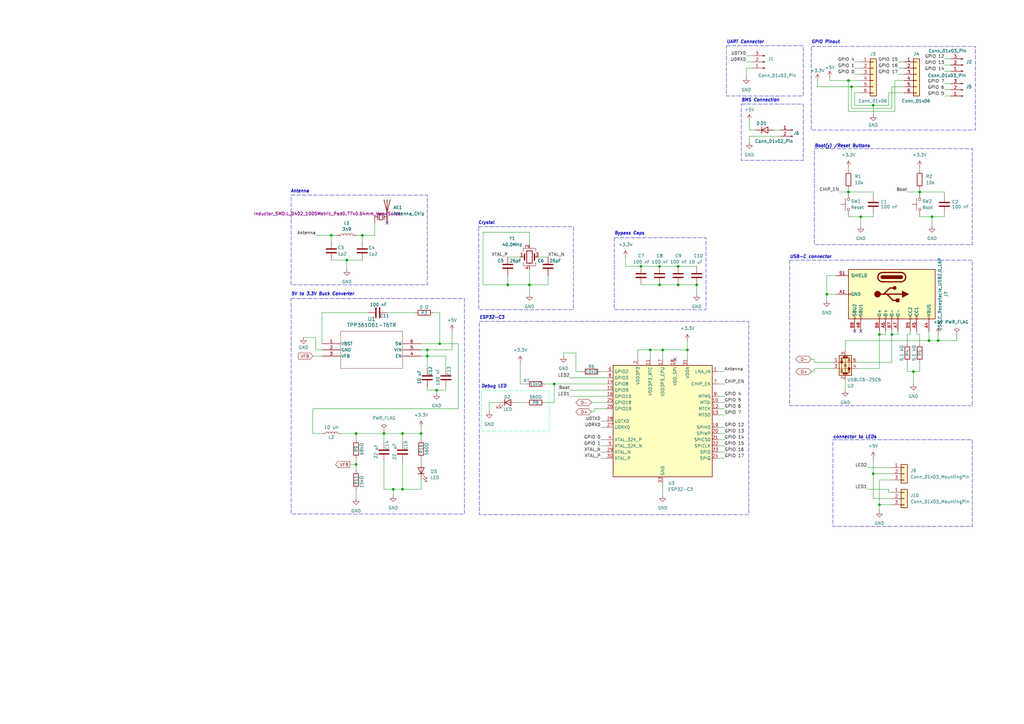
<source format=kicad_sch>
(kicad_sch (version 20231120) (generator "eeschema") (generator_version "8.0")
  (paper "A3")
  (title_block (title "ESP32-C3 LED PCB") (date "2025-01-07") (rev "1") (company "Netz39 e.V."))
  (junction (at 270.51 109.22))
  (junction (at 358.14 194.31))
  (junction (at 377.19 78.74))
  (junction (at 347.98 33.02))
  (junction (at 339.09 120.65))
  (junction (at 347.98 78.74))
  (junction (at 146.05 177.8))
  (junction (at 175.26 146.05))
  (junction (at 382.27 88.9))
  (junction (at 266.7 143.51))
  (junction (at 285.75 116.84))
  (junction (at 360.68 207.01))
  (junction (at 135.89 96.52))
  (junction (at 165.1 177.8))
  (junction (at 179.07 160.02))
  (junction (at 349.25 35.56))
  (junction (at 262.89 109.22))
  (junction (at 360.68 137.16))
  (junction (at 157.48 177.8))
  (junction (at 374.65 152.4))
  (junction (at 146.05 190.5))
  (junction (at 281.94 143.51))
  (junction (at 148.59 96.52))
  (junction (at 180.34 140.97))
  (junction (at 165.1 200.66))
  (junction (at 278.13 109.22))
  (junction (at 175.26 143.51))
  (junction (at 227.33 157.48))
  (junction (at 161.29 200.66))
  (junction (at 217.17 116.84))
  (junction (at 358.14 43.18))
  (junction (at 172.72 177.8))
  (junction (at 381 139.7))
  (junction (at 270.51 116.84))
  (junction (at 142.24 106.68))
  (junction (at 353.06 88.9))
  (junction (at 208.28 116.84))
  (junction (at 384.81 139.7))
  (junction (at 278.13 116.84))
  (junction (at 271.78 143.51))
  (junction (at 365.76 137.16))
  (no_connect (at 350.52 135.89))
  (no_connect (at 158.75 91.44))
  (no_connect (at 353.06 135.89))
  (no_connect (at 276.86 147.32))
  (wire (pts (xy 165.1 189.23) (xy 165.1 200.66)))
  (wire (pts (xy 187.96 140.97) (xy 187.96 167.64)))
  (wire (pts (xy 242.57 165.1) (xy 248.92 165.1)))
  (wire (pts (xy 355.6 191.77) (xy 365.76 191.77)))
  (wire (pts (xy 129.54 138.43) (xy 129.54 143.51)))
  (wire (pts (xy 236.22 144.78) (xy 236.22 152.4)))
  (wire (pts (xy 320.04 55.88) (xy 307.34 55.88)))
  (wire (pts (xy 165.1 200.66) (xy 161.29 200.66)))
  (wire (pts (xy 185.42 143.51) (xy 175.26 143.51)))
  (wire (pts (xy 365.76 137.16) (xy 365.76 148.59)))
  (wire (pts (xy 360.68 207.01) (xy 360.68 209.55)))
  (wire (pts (xy 370.84 27.94) (xy 368.3 27.94)))
  (wire (pts (xy 172.72 177.8) (xy 165.1 177.8)))
  (wire (pts (xy 177.8 128.27) (xy 180.34 128.27)))
  (wire (pts (xy 297.18 175.26) (xy 294.64 175.26)))
  (wire (pts (xy 198.12 116.84) (xy 208.28 116.84)))
  (wire (pts (xy 261.62 147.32) (xy 261.62 143.51)))
  (wire (pts (xy 139.7 177.8) (xy 146.05 177.8)))
  (wire (pts (xy 294.64 152.4) (xy 297.18 152.4)))
  (wire (pts (xy 281.94 139.7) (xy 281.94 143.51)))
  (wire (pts (xy 271.78 198.12) (xy 271.78 203.2)))
  (wire (pts (xy 364.49 201.93) (xy 364.49 200.66)))
  (wire (pts (xy 266.7 143.51) (xy 271.78 143.51)))
  (wire (pts (xy 294.64 182.88) (xy 297.18 182.88)))
  (wire (pts (xy 175.26 143.51) (xy 175.26 146.05)))
  (wire (pts (xy 360.68 207.01) (xy 365.76 207.01)))
  (wire (pts (xy 297.18 177.8) (xy 294.64 177.8)))
  (wire (pts (xy 360.68 196.85) (xy 365.76 196.85)))
  (wire (pts (xy 243.84 168.91) (xy 243.84 167.64)))
  (wire (pts (xy 387.35 36.83) (xy 389.89 36.83)))
  (wire (pts (xy 317.5 53.34) (xy 320.04 53.34)))
  (wire (pts (xy 387.35 88.9) (xy 387.35 87.63)))
  (wire (pts (xy 365.76 137.16) (xy 368.3 137.16)))
  (wire (pts (xy 208.28 116.84) (xy 208.28 113.03)))
  (wire (pts (xy 346.71 139.7) (xy 346.71 143.51)))
  (wire (pts (xy 360.68 151.13) (xy 351.79 151.13)))
  (wire (pts (xy 370.84 38.1) (xy 364.49 38.1)))
  (wire (pts (xy 334.01 147.32) (xy 332.74 147.32)))
  (wire (pts (xy 294.64 162.56) (xy 297.18 162.56)))
  (wire (pts (xy 360.68 137.16) (xy 360.68 135.89)))
  (wire (pts (xy 172.72 140.97) (xy 180.34 140.97)))
  (wire (pts (xy 339.09 120.65) (xy 342.9 120.65)))
  (wire (pts (xy 172.72 177.8) (xy 172.72 180.34)))
  (wire (pts (xy 365.76 35.56) (xy 365.76 44.45)))
  (wire (pts (xy 340.36 33.02) (xy 347.98 33.02)))
  (wire (pts (xy 213.36 157.48) (xy 215.9 157.48)))
  (wire (pts (xy 217.17 95.25) (xy 198.12 95.25)))
  (wire (pts (xy 377.19 78.74) (xy 387.35 78.74)))
  (wire (pts (xy 182.88 151.13) (xy 182.88 146.05)))
  (wire (pts (xy 285.75 116.84) (xy 285.75 120.65)))
  (wire (pts (xy 165.1 177.8) (xy 157.48 177.8)))
  (wire (pts (xy 270.51 109.22) (xy 278.13 109.22)))
  (wire (pts (xy 347.98 33.02) (xy 353.06 33.02)))
  (wire (pts (xy 365.76 44.45) (xy 349.25 44.45)))
  (wire (pts (xy 135.89 106.68) (xy 142.24 106.68)))
  (wire (pts (xy 128.27 177.8) (xy 132.08 177.8)))
  (wire (pts (xy 172.72 200.66) (xy 172.72 196.85)))
  (wire (pts (xy 353.06 88.9) (xy 353.06 92.71)))
  (wire (pts (xy 334.01 148.59) (xy 341.63 148.59)))
  (wire (pts (xy 367.03 33.02) (xy 367.03 45.72)))
  (wire (pts (xy 179.07 160.02) (xy 179.07 161.29)))
  (wire (pts (xy 233.68 154.94) (xy 248.92 154.94)))
  (wire (pts (xy 381 139.7) (xy 381 135.89)))
  (wire (pts (xy 294.64 167.64) (xy 297.18 167.64)))
  (wire (pts (xy 148.59 96.52) (xy 148.59 99.06)))
  (wire (pts (xy 172.72 200.66) (xy 165.1 200.66)))
  (wire (pts (xy 256.54 109.22) (xy 262.89 109.22)))
  (wire (pts (xy 157.48 176.53) (xy 157.48 177.8)))
  (wire (pts (xy 346.71 156.21) (xy 346.71 160.02)))
  (wire (pts (xy 340.36 33.02) (xy 340.36 31.75)))
  (wire (pts (xy 365.76 135.89) (xy 365.76 137.16)))
  (wire (pts (xy 346.71 139.7) (xy 381 139.7)))
  (wire (pts (xy 350.52 30.48) (xy 353.06 30.48)))
  (wire (pts (xy 334.01 147.32) (xy 334.01 148.59)))
  (wire (pts (xy 387.35 39.37) (xy 389.89 39.37)))
  (wire (pts (xy 175.26 146.05) (xy 182.88 146.05)))
  (wire (pts (xy 172.72 146.05) (xy 175.26 146.05)))
  (wire (pts (xy 128.27 167.64) (xy 128.27 177.8)))
  (wire (pts (xy 332.74 152.4) (xy 334.01 152.4)))
  (wire (pts (xy 180.34 128.27) (xy 180.34 140.97)))
  (wire (pts (xy 198.12 95.25) (xy 198.12 116.84)))
  (wire (pts (xy 246.38 152.4) (xy 248.92 152.4)))
  (wire (pts (xy 377.19 137.16) (xy 377.19 140.97)))
  (wire (pts (xy 294.64 157.48) (xy 297.18 157.48)))
  (wire (pts (xy 161.29 203.2) (xy 161.29 200.66)))
  (wire (pts (xy 347.98 68.58) (xy 347.98 69.85)))
  (wire (pts (xy 231.14 144.78) (xy 236.22 144.78)))
  (wire (pts (xy 142.24 106.68) (xy 142.24 110.49)))
  (wire (pts (xy 165.1 181.61) (xy 165.1 177.8)))
  (wire (pts (xy 339.09 113.03) (xy 339.09 120.65)))
  (wire (pts (xy 364.49 201.93) (xy 365.76 201.93)))
  (wire (pts (xy 246.38 180.34) (xy 248.92 180.34)))
  (wire (pts (xy 270.51 116.84) (xy 278.13 116.84)))
  (wire (pts (xy 335.28 35.56) (xy 349.25 35.56)))
  (wire (pts (xy 135.89 99.06) (xy 135.89 96.52)))
  (wire (pts (xy 360.68 137.16) (xy 363.22 137.16)))
  (wire (pts (xy 375.92 137.16) (xy 377.19 137.16)))
  (wire (pts (xy 146.05 187.96) (xy 146.05 190.5)))
  (wire (pts (xy 364.49 43.18) (xy 358.14 43.18)))
  (wire (pts (xy 294.64 170.18) (xy 297.18 170.18)))
  (wire (pts (xy 358.14 80.01) (xy 358.14 78.74)))
  (wire (pts (xy 142.24 106.68) (xy 148.59 106.68)))
  (wire (pts (xy 370.84 33.02) (xy 367.03 33.02)))
  (wire (pts (xy 223.52 157.48) (xy 227.33 157.48)))
  (wire (pts (xy 360.68 196.85) (xy 360.68 207.01)))
  (wire (pts (xy 392.43 139.7) (xy 392.43 137.16)))
  (wire (pts (xy 334.01 152.4) (xy 334.01 151.13)))
  (wire (pts (xy 347.98 78.74) (xy 358.14 78.74)))
  (wire (pts (xy 370.84 25.4) (xy 368.3 25.4)))
  (wire (pts (xy 307.34 53.34) (xy 309.88 53.34)))
  (wire (pts (xy 153.67 96.52) (xy 153.67 91.44)))
  (wire (pts (xy 358.14 187.96) (xy 358.14 194.31)))
  (wire (pts (xy 349.25 44.45) (xy 349.25 35.56)))
  (wire (pts (xy 387.35 80.01) (xy 387.35 78.74)))
  (wire (pts (xy 217.17 110.49) (xy 217.17 116.84)))
  (wire (pts (xy 294.64 165.1) (xy 297.18 165.1)))
  (wire (pts (xy 124.46 138.43) (xy 129.54 138.43)))
  (wire (pts (xy 233.68 162.56) (xy 248.92 162.56)))
  (wire (pts (xy 353.06 88.9) (xy 358.14 88.9)))
  (wire (pts (xy 262.89 109.22) (xy 270.51 109.22)))
  (wire (pts (xy 227.33 165.1) (xy 223.52 165.1)))
  (wire (pts (xy 172.72 187.96) (xy 172.72 189.23)))
  (wire (pts (xy 146.05 190.5) (xy 146.05 193.04)))
  (wire (pts (xy 180.34 140.97) (xy 187.96 140.97)))
  (wire (pts (xy 347.98 77.47) (xy 347.98 78.74)))
  (wire (pts (xy 213.36 148.59) (xy 213.36 157.48)))
  (wire (pts (xy 246.38 175.26) (xy 248.92 175.26)))
  (wire (pts (xy 187.96 167.64) (xy 128.27 167.64)))
  (wire (pts (xy 372.11 78.74) (xy 377.19 78.74)))
  (wire (pts (xy 129.54 96.52) (xy 135.89 96.52)))
  (wire (pts (xy 294.64 180.34) (xy 297.18 180.34)))
  (wire (pts (xy 231.14 144.78) (xy 231.14 146.05)))
  (wire (pts (xy 308.61 27.94) (xy 306.07 27.94)))
  (wire (pts (xy 364.49 200.66) (xy 355.6 200.66)))
  (wire (pts (xy 271.78 143.51) (xy 271.78 147.32)))
  (wire (pts (xy 377.19 152.4) (xy 377.19 148.59)))
  (wire (pts (xy 182.88 160.02) (xy 182.88 158.75)))
  (wire (pts (xy 367.03 45.72) (xy 347.98 45.72)))
  (wire (pts (xy 358.14 194.31) (xy 365.76 194.31)))
  (wire (pts (xy 146.05 96.52) (xy 148.59 96.52)))
  (wire (pts (xy 157.48 200.66) (xy 157.48 189.23)))
  (wire (pts (xy 350.52 27.94) (xy 353.06 27.94)))
  (wire (pts (xy 334.01 151.13) (xy 341.63 151.13)))
  (wire (pts (xy 387.35 26.67) (xy 389.89 26.67)))
  (wire (pts (xy 224.79 105.41) (xy 220.98 105.41)))
  (wire (pts (xy 246.38 172.72) (xy 248.92 172.72)))
  (wire (pts (xy 233.68 160.02) (xy 248.92 160.02)))
  (wire (pts (xy 384.81 137.16) (xy 384.81 139.7)))
  (wire (pts (xy 185.42 135.89) (xy 185.42 143.51)))
  (wire (pts (xy 344.17 78.74) (xy 347.98 78.74)))
  (wire (pts (xy 172.72 143.51) (xy 175.26 143.51)))
  (wire (pts (xy 364.49 38.1) (xy 364.49 43.18)))
  (wire (pts (xy 382.27 88.9) (xy 387.35 88.9)))
  (wire (pts (xy 368.3 137.16) (xy 368.3 135.89)))
  (wire (pts (xy 246.38 185.42) (xy 248.92 185.42)))
  (wire (pts (xy 158.75 128.27) (xy 170.18 128.27)))
  (wire (pts (xy 350.52 25.4) (xy 353.06 25.4)))
  (wire (pts (xy 135.89 96.52) (xy 138.43 96.52)))
  (wire (pts (xy 132.08 140.97) (xy 132.08 128.27)))
  (wire (pts (xy 377.19 77.47) (xy 377.19 78.74)))
  (wire (pts (xy 342.9 113.03) (xy 339.09 113.03)))
  (wire (pts (xy 372.11 152.4) (xy 374.65 152.4)))
  (wire (pts (xy 381 139.7) (xy 384.81 139.7)))
  (wire (pts (xy 374.65 152.4) (xy 377.19 152.4)))
  (wire (pts (xy 132.08 143.51) (xy 129.54 143.51)))
  (wire (pts (xy 358.14 43.18) (xy 350.52 43.18)))
  (wire (pts (xy 179.07 160.02) (xy 182.88 160.02)))
  (wire (pts (xy 217.17 120.65) (xy 217.17 116.84)))
  (wire (pts (xy 377.19 88.9) (xy 382.27 88.9)))
  (wire (pts (xy 132.08 128.27) (xy 151.13 128.27)))
  (wire (pts (xy 212.09 165.1) (xy 215.9 165.1)))
  (wire (pts (xy 382.27 88.9) (xy 382.27 92.71)))
  (wire (pts (xy 224.79 116.84) (xy 224.79 113.03)))
  (wire (pts (xy 242.57 168.91) (xy 243.84 168.91)))
  (wire (pts (xy 146.05 177.8) (xy 146.05 180.34)))
  (wire (pts (xy 200.66 165.1) (xy 204.47 165.1)))
  (wire (pts (xy 372.11 137.16) (xy 373.38 137.16)))
  (wire (pts (xy 261.62 143.51) (xy 266.7 143.51)))
  (wire (pts (xy 370.84 30.48) (xy 368.3 30.48)))
  (wire (pts (xy 217.17 95.25) (xy 217.17 100.33)))
  (wire (pts (xy 351.79 148.59) (xy 365.76 148.59)))
  (wire (pts (xy 146.05 204.47) (xy 146.05 200.66)))
  (wire (pts (xy 384.81 139.7) (xy 392.43 139.7)))
  (wire (pts (xy 148.59 96.52) (xy 153.67 96.52)))
  (wire (pts (xy 175.26 160.02) (xy 175.26 158.75)))
  (wire (pts (xy 347.98 88.9) (xy 353.06 88.9)))
  (wire (pts (xy 256.54 105.41) (xy 256.54 109.22)))
  (wire (pts (xy 335.28 33.02) (xy 335.28 35.56)))
  (wire (pts (xy 358.14 43.18) (xy 358.14 46.99)))
  (wire (pts (xy 271.78 143.51) (xy 281.94 143.51)))
  (wire (pts (xy 306.07 22.86) (xy 308.61 22.86)))
  (wire (pts (xy 307.34 49.53) (xy 307.34 53.34)))
  (wire (pts (xy 278.13 109.22) (xy 285.75 109.22)))
  (wire (pts (xy 281.94 143.51) (xy 281.94 147.32)))
  (wire (pts (xy 227.33 157.48) (xy 227.33 165.1)))
  (wire (pts (xy 217.17 116.84) (xy 224.79 116.84)))
  (wire (pts (xy 347.98 33.02) (xy 347.98 45.72)))
  (wire (pts (xy 262.89 116.84) (xy 270.51 116.84)))
  (wire (pts (xy 358.14 194.31) (xy 358.14 204.47)))
  (wire (pts (xy 358.14 88.9) (xy 358.14 87.63)))
  (wire (pts (xy 266.7 143.51) (xy 266.7 147.32)))
  (wire (pts (xy 248.92 182.88) (xy 246.38 182.88)))
  (wire (pts (xy 161.29 200.66) (xy 157.48 200.66)))
  (wire (pts (xy 208.28 105.41) (xy 213.36 105.41)))
  (wire (pts (xy 370.84 35.56) (xy 365.76 35.56)))
  (wire (pts (xy 350.52 38.1) (xy 350.52 43.18)))
  (wire (pts (xy 306.07 25.4) (xy 308.61 25.4)))
  (wire (pts (xy 372.11 140.97) (xy 372.11 137.16)))
  (wire (pts (xy 294.64 185.42) (xy 297.18 185.42)))
  (wire (pts (xy 339.09 123.19) (xy 339.09 120.65)))
  (wire (pts (xy 236.22 152.4) (xy 238.76 152.4)))
  (wire (pts (xy 387.35 29.21) (xy 389.89 29.21)))
  (wire (pts (xy 208.28 116.84) (xy 217.17 116.84)))
  (wire (pts (xy 360.68 137.16) (xy 360.68 151.13)))
  (wire (pts (xy 246.38 187.96) (xy 248.92 187.96)))
  (wire (pts (xy 175.26 146.05) (xy 175.26 151.13)))
  (wire (pts (xy 306.07 27.94) (xy 306.07 31.75)))
  (wire (pts (xy 128.27 146.05) (xy 132.08 146.05)))
  (wire (pts (xy 243.84 167.64) (xy 248.92 167.64)))
  (wire (pts (xy 373.38 137.16) (xy 373.38 135.89)))
  (wire (pts (xy 363.22 137.16) (xy 363.22 135.89)))
  (wire (pts (xy 307.34 55.88) (xy 307.34 58.42)))
  (wire (pts (xy 377.19 68.58) (xy 377.19 69.85)))
  (wire (pts (xy 200.66 168.91) (xy 200.66 165.1)))
  (wire (pts (xy 387.35 24.13) (xy 389.89 24.13)))
  (wire (pts (xy 172.72 175.26) (xy 172.72 177.8)))
  (wire (pts (xy 372.11 152.4) (xy 372.11 148.59)))
  (wire (pts (xy 143.51 190.5) (xy 146.05 190.5)))
  (wire (pts (xy 146.05 177.8) (xy 157.48 177.8)))
  (wire (pts (xy 278.13 116.84) (xy 285.75 116.84)))
  (wire (pts (xy 375.92 135.89) (xy 375.92 137.16)))
  (wire (pts (xy 350.52 38.1) (xy 353.06 38.1)))
  (wire (pts (xy 157.48 181.61) (xy 157.48 177.8)))
  (wire (pts (xy 175.26 160.02) (xy 179.07 160.02)))
  (wire (pts (xy 294.64 187.96) (xy 297.18 187.96)))
  (wire (pts (xy 358.14 204.47) (xy 365.76 204.47)))
  (wire (pts (xy 227.33 157.48) (xy 248.92 157.48)))
  (wire (pts (xy 387.35 34.29) (xy 389.89 34.29)))
  (wire (pts (xy 349.25 35.56) (xy 353.06 35.56)))
  (wire (pts (xy 374.65 152.4) (xy 374.65 157.48)))
  (rectangle (start 119.38 80.01) (end 175.26 116.84) (stroke (width 0) (type dash)))
  (rectangle (start 196.596 131.826) (end 307.086 211.074) (stroke (width 0) (type dash)))
  (rectangle (start 196.342 92.964) (end 235.204 127) (stroke (width 0) (type dash)))
  (rectangle (start 197.358 160.274) (end 225.298 176.784) (stroke (width 0) (type dash) (color 49 255 149 1)))
  (rectangle (start 334.01 60.96) (end 398.78 100.33) (stroke (width 0) (type dash)))
  (rectangle (start 251.968 97.536) (end 289.56 127) (stroke (width 0) (type dash)))
  (rectangle (start 304.038 42.672) (end 329.438 65.786) (stroke (width 0) (type dash)))
  (rectangle (start 332.74 19.05) (end 400.05 53.34) (stroke (width 0) (type dash)))
  (rectangle (start 119.38 122.428) (end 190.5 210.82) (stroke (width 0) (type dash)))
  (rectangle (start 341.63 180.34) (end 398.78 215.9) (stroke (width 0) (type dash)))
  (rectangle (start 297.942 18.796) (end 329.438 39.37) (stroke (width 0) (type dash)))
  (rectangle (start 323.85 106.68) (end 398.78 166.37) (stroke (width 0) (type dash)))
  (text "UART Connector" (at 297.942 17.272 0) (effects (font (size 1.27 1.27) (thickness 0.254) (bold yes) (italic yes)) (justify left)))
  (text "Antenna" (at 119.126 78.486 0) (effects (font (size 1.27 1.27) (thickness 0.254) (bold yes) (italic yes)) (justify left)))
  (text "GPIO Pinout" (at 332.74 17.272 0) (effects (font (size 1.27 1.27) (thickness 0.254) (bold yes) (italic yes)) (justify left)))
  (text "Bypass Caps" (at 251.968 95.758 0) (effects (font (size 1.27 1.27) (thickness 0.254) (bold yes) (italic yes)) (justify left)))
  (text "Boot(y) /Reset Buttons" (at 334.01 59.944 0) (effects (font (size 1.27 1.27) (thickness 0.254) (bold yes) (italic yes)) (justify left)))
  (text "Crystal" (at 196.088 91.44 0) (effects (font (size 1.27 1.27) (thickness 0.254) (bold yes) (italic yes)) (justify left)))
  (text "5V to 3.3V Buck Converter" (at 119.38 120.65 0) (effects (font (size 1.27 1.27) (thickness 0.254) (bold yes) (italic yes)) (justify left)))
  (text "USB-C connector" (at 323.85 105.41 0) (effects (font (size 1.27 1.27) (thickness 0.254) (bold yes) (italic yes)) (justify left)))
  (text "connector to LEDs" (at 341.63 179.324 0) (effects (font (size 1.27 1.27) (thickness 0.254) (bold yes) (italic yes)) (justify left)))
  (text "Debug LED" (at 197.358 158.496 0) (effects (font (size 1.27 1.27) (thickness 0.254) (bold yes) (italic yes)) (justify left)))
  (text "ESP32-C3" (at 196.596 130.302 0) (effects (font (size 1.27 1.27) (thickness 0.254) (bold yes) (italic yes)) (justify left)))
  (text "BMS Connection" (at 304.038 41.148 0) (effects (font (size 1.27 1.27) (thickness 0.254) (bold yes) (italic yes)) (justify left)))
  (label "GPIO 17" (at 368.3 30.48 180))
  (label "GPIO 14" (at 297.18 180.34 0))
  (label "LED1" (at 233.68 162.56 180))
  (label "GPIO 15" (at 368.3 25.4 180))
  (label "GPIO 4" (at 350.52 25.4 180))
  (label "GPIO 4" (at 297.18 162.56 0))
  (label "LED1" (at 355.6 200.66 180))
  (label "GPIO 6" (at 387.35 36.83 180))
  (label "GPIO 1" (at 246.38 182.88 180))
  (label "Boot" (at 233.68 160.02 180))
  (label "Boot" (at 372.11 78.74 180))
  (label "GPIO 17" (at 297.18 187.96 0))
  (label "GPIO 16" (at 297.18 185.42 0))
  (label "GPIO 13" (at 387.35 26.67 180))
  (label "U0TXD" (at 306.07 22.86 180))
  (label "GPIO 5" (at 387.35 39.37 180))
  (label "GPIO 0" (at 350.52 30.48 180))
  (label "Antenna" (at 297.18 152.4 0))
  (label "GPIO 14" (at 387.35 29.21 180))
  (label "CHIP_EN" (at 344.17 78.74 180))
  (label "GPIO 5" (at 297.18 165.1 0))
  (label "Antenna" (at 129.54 96.52 180))
  (label "U0RXD" (at 306.07 25.4 180))
  (label "GPIO 0" (at 246.38 180.34 180))
  (label "GPIO 15" (at 297.18 182.88 0))
  (label "GPIO 6" (at 297.18 167.64 0))
  (label "XTAL_N" (at 246.38 185.42 180))
  (label "GPIO 1" (at 350.52 27.94 180))
  (label "GPIO 13" (at 297.18 177.8 0))
  (label "GPIO 12" (at 387.35 24.13 180))
  (label "U0RXD" (at 246.38 175.26 180))
  (label "XTAL_P" (at 208.28 105.41 180))
  (label "LED2" (at 355.6 191.77 180))
  (label "CHIP_EN" (at 297.18 157.48 0))
  (label "LED2" (at 233.68 154.94 180))
  (label "GPIO 12" (at 297.18 175.26 0))
  (label "GPIO 7" (at 297.18 170.18 0))
  (label "GPIO 16" (at 368.3 27.94 180))
  (label "XTAL_P" (at 246.38 187.96 180))
  (label "XTAL_N" (at 224.79 105.41 0))
  (label "GPIO 7" (at 387.35 34.29 180))
  (label "U0TXD" (at 246.38 172.72 180))
  (global_label "D-" (shape bidirectional) (at 242.57 165.1 180) (property "Intersheetrefs" "${INTERSHEET_REFS}" (effects (hide yes))))
  (global_label "D+" (shape bidirectional) (at 242.57 168.91 180) (property "Intersheetrefs" "${INTERSHEET_REFS}" (effects (hide yes))))
  (global_label "D-" (shape bidirectional) (at 332.74 147.32 180) (property "Intersheetrefs" "${INTERSHEET_REFS}" (effects (hide yes))))
  (global_label "VFB" (shape output) (at 143.51 190.5 180) (property "Intersheetrefs" "${INTERSHEET_REFS}" (effects (hide yes))))
  (global_label "VFB" (shape input) (at 128.27 146.05 180) (property "Intersheetrefs" "${INTERSHEET_REFS}" (effects (hide yes))))
  (global_label "D+" (shape bidirectional) (at 332.74 152.4 180) (property "Intersheetrefs" "${INTERSHEET_REFS}" (effects (hide yes))))
  (symbol (lib_id "Device:C") (at 157.48 185.42 180) (unit 1)
    (property "Reference" "C14" (at 158.75 182.626 90))
    (property "Value" "22 μF" (at 154.178 185.166 90))
    (property "Footprint" "Capacitor_SMD:C_0603_1608Metric_Pad1.08x0.95mm_HandSolder" (effects (hide yes)))
    (property "Description" "Unpolarized capacitor" (effects (hide yes)))
  )
  (symbol (lib_id "Device:D") (at 313.69 53.34 0) (unit 1)
    (property "Reference" "D1" (at 313.182 50.546 0))
    (property "Value" "D" (at 310.896 50.546 0))
    (property "Footprint" "Diode_SMD:D_0603_1608Metric_Pad1.05x0.95mm_HandSolder" (effects (hide yes)))
    (property "Description" "Diode" (effects (hide yes)))
    (property "Sim.Device" "D" (effects (hide yes)))
    (property "Sim.Pins" "1=K 2=A" (effects (hide yes)))
  )
  (symbol (lib_id "Connector_Generic:Conn_01x06") (at 358.14 30.48 0) (unit 1)
    (property "Reference" "J3" (at 356.87 22.098 0) (effects (justify left)))
    (property "Value" "Conn_01x06" (at 352.044 41.402 0) (effects (justify left)))
    (property "Footprint" "Connector_PinHeader_2.00mm:PinHeader_1x06_P2.00mm_Vertical" (effects (hide yes)))
    (property "Description" "Generic connector, single row, 01x06, script generated (kicad-library-utils/schlib/autogen/connector/)" (effects (hide yes)))
  )
  (symbol (lib_id "power:GND") (at 200.66 168.91 0) (unit 1)
    (property "Reference" "#PWR25" (effects (hide yes)))
    (property "Value" "GND" (at 200.66 173.99 0))
    (property "Description" "Power symbol creates a global label with name \"GND\" , ground" (effects (hide yes)))
  )
  (symbol (lib_id "power:+3.3V") (at 281.94 139.7 0) (unit 1)
    (property "Reference" "#PWR19" (effects (hide yes)))
    (property "Value" "+3.3V" (at 281.94 134.62 0))
    (property "Description" "Power symbol creates a global label with name \"+3.3V\"" (effects (hide yes)))
  )
  (symbol (lib_id "Device:C") (at 135.89 102.87 0) (unit 1)
    (property "Reference" "C3" (at 138.43 101.6 0) (effects (justify left)))
    (property "Value" "1p2" (at 138.43 104.14 0) (effects (justify left)))
    (property "Footprint" "Capacitor_SMD:C_0402_1005Metric_Pad0.74x0.62mm_HandSolder" (effects (hide yes)))
    (property "Description" "Unpolarized capacitor" (effects (hide yes)))
  )
  (symbol (lib_id "Device:R") (at 146.05 184.15 0) (unit 1)
    (property "Reference" "R9" (at 146.05 184.15 90))
    (property "Value" "68kΩ" (at 148.336 184.15 90))
    (property "Footprint" "Resistor_SMD:R_0603_1608Metric_Pad0.98x0.95mm_HandSolder" (effects (hide yes)))
    (property "Description" "Resistor" (effects (hide yes)))
  )
  (symbol (lib_id "Device:LED") (at 208.28 165.1 0) (unit 1)
    (property "Reference" "D2" (at 208.026 162.814 0))
    (property "Value" "LED" (at 208.28 167.894 0))
    (property "Footprint" "LED_SMD:LED_0805_2012Metric_Pad1.15x1.40mm_HandSolder" (effects (hide yes)))
    (property "Description" "Light emitting diode" (effects (hide yes)))
  )
  (symbol (lib_id "Device:Antenna_Chip") (at 156.21 88.9 0) (unit 1)
    (property "Reference" "AE1" (at 161.29 85.0899 0) (effects (justify left)))
    (property "Value" "Antenna_Chip" (at 161.29 87.6299 0) (effects (justify left)))
    (property "Footprint" "RF_Antenna:Johanson_2450AT43F0100" (effects (hide yes)))
    (property "Description" "Ceramic chip antenna with pin for PCB trace" (effects (hide yes)))
  )
  (symbol (lib_id "power:GND") (at 146.05 204.47 0) (unit 1)
    (property "Reference" "#PWR30" (effects (hide yes)))
    (property "Value" "GND" (at 146.05 209.55 0))
    (property "Description" "Power symbol creates a global label with name \"GND\" , ground" (effects (hide yes)))
  )
  (symbol (lib_id "power:GND") (at 271.78 203.2 0) (unit 1)
    (property "Reference" "#PWR29" (effects (hide yes)))
    (property "Value" "GND" (at 271.78 208.28 0))
    (property "Description" "Power symbol creates a global label with name \"GND\" , ground" (effects (hide yes)))
  )
  (symbol (lib_id "power:GND") (at 142.24 110.49 0) (unit 1)
    (property "Reference" "#PWR12" (effects (hide yes)))
    (property "Value" "GND" (at 142.24 115.57 0))
    (property "Description" "Power symbol creates a global label with name \"GND\" , ground" (effects (hide yes)))
  )
  (symbol (lib_id "power:GND") (at 382.27 92.71 0) (unit 1)
    (property "Reference" "#PWR10" (effects (hide yes)))
    (property "Value" "GND" (at 382.27 97.79 0))
    (property "Description" "Power symbol creates a global label with name \"GND\" , ground" (effects (hide yes)))
  )
  (symbol (lib_id "Device:R") (at 219.71 165.1 90) (unit 1)
    (property "Reference" "R8" (at 219.71 165.1 90))
    (property "Value" "560Ω" (at 219.71 162.814 90))
    (property "Footprint" "Resistor_SMD:R_0603_1608Metric_Pad0.98x0.95mm_HandSolder" (effects (hide yes)))
    (property "Description" "Resistor" (effects (hide yes)))
  )
  (symbol (lib_id "Device:R") (at 242.57 152.4 90) (unit 1)
    (property "Reference" "R6" (at 242.57 150.368 90))
    (property "Value" "10kΩ" (at 242.57 152.4 90))
    (property "Footprint" "Resistor_SMD:R_0603_1608Metric_Pad0.98x0.95mm_HandSolder" (effects (hide yes)))
    (property "Description" "Resistor" (effects (hide yes)))
  )
  (symbol (lib_id "power:+3.3V") (at 347.98 68.58 0) (unit 1)
    (property "Reference" "#PWR7" (effects (hide yes)))
    (property "Value" "+3.3V" (at 347.98 63.5 0))
    (property "Description" "Power symbol creates a global label with name \"+3.3V\"" (effects (hide yes)))
  )
  (symbol (lib_id "Device:LED") (at 172.72 193.04 90) (unit 1)
    (property "Reference" "D3" (at 176.53 193.3574 90) (effects (justify right)))
    (property "Value" "LED" (at 176.53 195.8974 90) (effects (justify right)))
    (property "Footprint" "LED_SMD:LED_0805_2012Metric_Pad1.15x1.40mm_HandSolder" (effects (hide yes)))
    (property "Description" "Light emitting diode" (effects (hide yes)))
  )
  (symbol (lib_id "power:GND") (at 358.14 46.99 0) (unit 1)
    (property "Reference" "#PWR4" (effects (hide yes)))
    (property "Value" "GND" (at 358.14 51.308 0))
    (property "Description" "Power symbol creates a global label with name \"GND\" , ground" (effects (hide yes)))
  )
  (symbol (lib_id "power:PWR_FLAG") (at 392.43 137.16 0) (unit 1)
    (property "Reference" "#FLG1" (effects (hide yes)))
    (property "Value" "PWR_FLAG" (at 392.43 132.08 0))
    (property "Description" "Special symbol for telling ERC where power comes from" (effects (hide yes)))
  )
  (symbol (lib_id "power:PWR_FLAG") (at 157.48 176.53 0) (unit 1)
    (property "Reference" "#FLG2" (effects (hide yes)))
    (property "Value" "PWR_FLAG" (at 157.48 171.45 0))
    (property "Description" "Special symbol for telling ERC where power comes from" (effects (hide yes)))
  )
  (symbol (lib_id "Connector:Conn_01x03_Pin") (at 313.69 25.4 180) (unit 1)
    (property "Reference" "J1" (at 314.96 24.1299 0) (effects (justify right)))
    (property "Value" "Conn_01x03_Pin" (at 310.896 30.988 0) (effects (justify right)))
    (property "Footprint" "Connector_PinHeader_1.00mm:PinHeader_1x03_P1.00mm_Vertical" (effects (hide yes)))
    (property "Description" "Generic connector, single row, 01x03, script generated" (effects (hide yes)))
  )
  (symbol (lib_id "power:+3.3V") (at 213.36 148.59 0) (unit 1)
    (property "Reference" "#PWR21" (effects (hide yes)))
    (property "Value" "+3.3V" (at 213.36 143.51 0))
    (property "Description" "Power symbol creates a global label with name \"+3.3V\"" (effects (hide yes)))
  )
  (symbol (lib_id "Device:C") (at 270.51 113.03 0) (unit 1)
    (property "Reference" "C8" (at 269.24 104.902 0) (effects (justify left)))
    (property "Value" "100 nF" (at 267.208 107.442 0) (effects (justify left)))
    (property "Footprint" "Capacitor_SMD:C_0603_1608Metric_Pad1.08x0.95mm_HandSolder" (effects (hide yes)))
    (property "Description" "Unpolarized capacitor" (effects (hide yes)))
  )
  (symbol (lib_id "power:GND") (at 360.68 209.55 0) (unit 1)
    (property "Reference" "#PWR31" (effects (hide yes)))
    (property "Value" "GND" (at 360.68 214.63 0))
    (property "Description" "Power symbol creates a global label with name \"GND\" , ground" (effects (hide yes)))
  )
  (symbol (lib_id "power:+5V") (at 340.36 31.75 0) (unit 1)
    (property "Reference" "#PWR2" (effects (hide yes)))
    (property "Value" "+5V" (at 340.36 27.686 0))
    (property "Description" "Power symbol creates a global label with name \"+5V\"" (effects (hide yes)))
  )
  (symbol (lib_id "power:+5V") (at 358.14 187.96 0) (unit 1)
    (property "Reference" "#PWR27" (effects (hide yes)))
    (property "Value" "+5V" (at 358.14 182.88 0))
    (property "Description" "Power symbol creates a global label with name \"+5V\"" (effects (hide yes)))
  )
  (symbol (lib_id "Connector:USB_C_Receptacle_USB2.0_16P") (at 365.76 120.65 270) (unit 1)
    (property "Reference" "J7" (at 387.985 120.65 0))
    (property "Value" "USB_C_Receptacle_USB2.0_16P" (at 385.445 120.65 0))
    (property "Footprint" "Connector_USB:USB_C_Receptacle_Palconn_UTC16-G" (effects (hide yes)))
    (property "Datasheet" "https://www.usb.org/sites/default/files/documents/usb_type-c.zip" (effects (hide yes)))
    (property "Description" "USB 2.0-only 16P Type-C Receptacle connector" (effects (hide yes)))
  )
  (symbol (lib_id "power:+3.3V") (at 256.54 105.41 0) (unit 1)
    (property "Reference" "#PWR11" (effects (hide yes)))
    (property "Value" "+3.3V" (at 256.54 100.33 0))
    (property "Description" "Power symbol creates a global label with name \"+3.3V\"" (effects (hide yes)))
  )
  (symbol (lib_id "Device:R") (at 372.11 144.78 180) (unit 1)
    (property "Reference" "R4" (at 372.11 144.78 90))
    (property "Value" "5.1 kΩ" (at 369.824 144.78 90))
    (property "Footprint" "Resistor_SMD:R_0603_1608Metric_Pad0.98x0.95mm_HandSolder" (effects (hide yes)))
    (property "Description" "Resistor" (effects (hide yes)))
  )
  (symbol (lib_id "Device:C") (at 148.59 102.87 0) (unit 1)
    (property "Reference" "C4" (at 151.13 101.6 0) (effects (justify left)))
    (property "Value" "1p2" (at 151.13 104.14 0) (effects (justify left)))
    (property "Footprint" "Capacitor_SMD:C_0402_1005Metric_Pad0.74x0.62mm_HandSolder" (effects (hide yes)))
    (property "Description" "Unpolarized capacitor" (effects (hide yes)))
  )
  (symbol (lib_id "power:+5V") (at 384.81 137.16 0) (unit 1)
    (property "Reference" "#PWR17" (effects (hide yes)))
    (property "Value" "+5V" (at 384.81 132.08 0))
    (property "Description" "Power symbol creates a global label with name \"+5V\"" (effects (hide yes)))
  )
  (symbol (lib_id "Connector_Generic:Conn_01x03") (at 370.84 204.47 0) (unit 1)
    (property "Reference" "J10" (at 373.38 203.1999 0) (effects (justify left)))
    (property "Value" "Conn_01x03_MountingPin" (at 373.38 205.7399 0) (effects (justify left)))
    (property "Footprint" "Connector_Molex:Molex_PicoBlade_53047-0310_1x03_P1.25mm_Vertical" (effects (hide yes)))
    (property "Description" "Generic connector, single row, 01x03, script generated (kicad-library-utils/schlib/autogen/connector/)" (effects (hide yes)))
  )
  (symbol (lib_id "Device:R") (at 173.99 128.27 90) (unit 1)
    (property "Reference" "R3" (at 173.99 128.27 90))
    (property "Value" "0 Ω" (at 173.99 125.984 90))
    (property "Footprint" "Resistor_SMD:R_0603_1608Metric_Pad0.98x0.95mm_HandSolder" (effects (hide yes)))
    (property "Description" "Resistor" (effects (hide yes)))
  )
  (symbol (lib_id "Device:R") (at 146.05 196.85 180) (unit 1)
    (property "Reference" "R11" (at 146.05 198.882 90) (effects (justify right)))
    (property "Value" "15kΩ" (at 148.336 200.152 90) (effects (justify right)))
    (property "Footprint" "Resistor_SMD:R_0603_1608Metric_Pad0.98x0.95mm_HandSolder" (effects (hide yes)))
    (property "Description" "Resistor" (effects (hide yes)))
  )
  (symbol (lib_id "power:GND") (at 306.07 31.75 0) (unit 1)
    (property "Reference" "#PWR1" (effects (hide yes)))
    (property "Value" "GND" (at 306.07 36.83 0))
    (property "Description" "Power symbol creates a global label with name \"GND\" , ground" (effects (hide yes)))
  )
  (symbol (lib_id "Connector:Conn_01x03_Pin") (at 394.97 26.67 180) (unit 1)
    (property "Reference" "J2" (at 396.24 25.3999 0) (effects (justify right)))
    (property "Value" "Conn_01x03_Pin" (at 380.746 20.828 0) (effects (justify right)))
    (property "Footprint" "Connector_PinHeader_2.00mm:PinHeader_1x03_P2.00mm_Vertical" (effects (hide yes)))
    (property "Description" "Generic connector, single row, 01x03, script generated" (effects (hide yes)))
  )
  (symbol (lib_id "power:GND") (at 231.14 146.05 0) (unit 1)
    (property "Reference" "#PWR20" (effects (hide yes)))
    (property "Value" "GND" (at 231.14 151.13 0))
    (property "Description" "Power symbol creates a global label with name \"GND\" , ground" (effects (hide yes)))
  )
  (symbol (lib_id "power:GND") (at 285.75 120.65 0) (unit 1)
    (property "Reference" "#PWR14" (effects (hide yes)))
    (property "Value" "GND" (at 285.75 125.73 0))
    (property "Description" "Power symbol creates a global label with name \"GND\" , ground" (effects (hide yes)))
  )
  (symbol (lib_id "power:+5V") (at 307.34 49.53 0) (unit 1)
    (property "Reference" "#PWR5" (effects (hide yes)))
    (property "Value" "+5V" (at 307.34 44.958 0))
    (property "Description" "Power symbol creates a global label with name \"+5V\"" (effects (hide yes)))
  )
  (symbol (lib_id "Device:C") (at 358.14 83.82 0) (unit 1)
    (property "Reference" "C1" (at 361.188 82.804 0) (effects (justify left)))
    (property "Value" "100 nF" (at 361.188 84.836 0) (effects (justify left)))
    (property "Footprint" "Capacitor_SMD:C_0603_1608Metric_Pad1.08x0.95mm_HandSolder" (effects (hide yes)))
    (property "Description" "Unpolarized capacitor" (effects (hide yes)))
  )
  (symbol (lib_id "power:GND") (at 339.09 123.19 0) (unit 1)
    (property "Reference" "#PWR15" (effects (hide yes)))
    (property "Value" "GND" (at 339.09 128.27 0))
    (property "Description" "Power symbol creates a global label with name \"GND\" , ground" (effects (hide yes)))
  )
  (symbol (lib_id "power:GND") (at 346.71 160.02 0) (unit 1)
    (property "Reference" "#PWR23" (effects (hide yes)))
    (property "Value" "GND" (at 346.71 165.1 0))
    (property "Description" "Power symbol creates a global label with name \"GND\" , ground" (effects (hide yes)))
  )
  (symbol (lib_id "Power_Protection:USBLC6-2SC6") (at 346.71 148.59 0) (unit 1)
    (property "Reference" "U2" (at 347.472 158.242 0) (effects (justify left)))
    (property "Value" "USBLC6-2SC6" (at 347.472 155.702 0) (effects (justify left)))
    (property "Footprint" "Package_TO_SOT_SMD:SOT-23-6" (effects (hide yes)))
    (property "Datasheet" "https://www.st.com/resource/en/datasheet/usblc6-2.pdf" (effects (hide yes)))
    (property "Description" "Very low capacitance ESD protection diode, 2 data-line, SOT-23-6" (effects (hide yes)))
  )
  (symbol (lib_id "Device:C") (at 387.35 83.82 0) (unit 1)
    (property "Reference" "C2" (at 390.398 82.804 0) (effects (justify left)))
    (property "Value" "100 nF" (at 390.398 84.836 0) (effects (justify left)))
    (property "Footprint" "Capacitor_SMD:C_0603_1608Metric_Pad1.08x0.95mm_HandSolder" (effects (hide yes)))
    (property "Description" "Unpolarized capacitor" (effects (hide yes)))
  )
  (symbol (lib_id "power:+3.3V") (at 335.28 33.02 0) (unit 1)
    (property "Reference" "#PWR3" (effects (hide yes)))
    (property "Value" "+3.3V" (at 335.28 28.956 0))
    (property "Description" "Power symbol creates a global label with name \"+3.3V\"" (effects (hide yes)))
  )
  (symbol (lib_id "power:GND") (at 217.17 120.65 0) (unit 1)
    (property "Reference" "#PWR13" (effects (hide yes)))
    (property "Value" "GND" (at 217.17 125.73 0))
    (property "Description" "Power symbol creates a global label with name \"GND\" , ground" (effects (hide yes)))
  )
  (symbol (lib_id "power:+5V") (at 185.42 135.89 0) (unit 1)
    (property "Reference" "#PWR16" (effects (hide yes)))
    (property "Value" "+5V" (at 185.42 131.318 0))
    (property "Description" "Power symbol creates a global label with name \"+5V\"" (effects (hide yes)))
  )
  (symbol (lib_id "Device:C") (at 208.28 109.22 0) (unit 1)
    (property "Reference" "C5" (at 203.962 106.934 0) (effects (justify left)))
    (property "Value" "26pF" (at 209.042 106.934 0) (effects (justify left)))
    (property "Footprint" "Capacitor_SMD:C_0603_1608Metric_Pad1.08x0.95mm_HandSolder" (effects (hide yes)))
    (property "Description" "Unpolarized capacitor" (effects (hide yes)))
  )
  (symbol (lib_id "Device:R") (at 347.98 73.66 0) (unit 1)
    (property "Reference" "R1" (at 350.52 72.3899 0) (effects (justify left)))
    (property "Value" "10k" (at 350.52 74.9299 0) (effects (justify left)))
    (property "Footprint" "Resistor_SMD:R_0603_1608Metric_Pad0.98x0.95mm_HandSolder" (effects (hide yes)))
    (property "Description" "Resistor" (effects (hide yes)))
  )
  (symbol (lib_id "Device:L") (at 135.89 177.8 270) (mirror x) (unit 1)
    (property "Reference" "L2" (at 135.89 179.324 90))
    (property "Value" "10 uH" (at 135.89 175.26 90))
    (property "Footprint" "Inductor_SMD:L_1008_2520Metric_Pad1.43x2.20mm_HandSolder" (effects (hide yes)))
    (property "Description" "Inductor" (effects (hide yes)))
  )
  (symbol (lib_id "Switch:SW_Push") (at 347.98 83.82 90) (unit 1)
    (property "Reference" "SW1" (at 348.996 82.55 90) (effects (justify right)))
    (property "Value" "Reset" (at 348.996 85.09 90) (effects (justify right)))
    (property "Footprint" "Micro_button:RKB2SJK250SMTR LFS" (effects (hide yes)))
    (property "Description" "Push button switch, generic, two pins" (effects (hide yes)))
  )
  (symbol (lib_id "power:GND") (at 353.06 92.71 0) (unit 1)
    (property "Reference" "#PWR9" (effects (hide yes)))
    (property "Value" "GND" (at 353.06 97.79 0))
    (property "Description" "Power symbol creates a global label with name \"GND\" , ground" (effects (hide yes)))
  )
  (symbol (lib_id "Device:C") (at 285.75 113.03 0) (unit 1)
    (property "Reference" "C10" (at 284.48 104.902 0) (effects (justify left)))
    (property "Value" "10 uF" (at 282.448 107.442 0) (effects (justify left)))
    (property "Footprint" "Capacitor_SMD:C_0603_1608Metric_Pad1.08x0.95mm_HandSolder" (effects (hide yes)))
    (property "Description" "Unpolarized capacitor" (effects (hide yes)))
  )
  (symbol (lib_id "Connector_Generic:Conn_01x03") (at 370.84 194.31 0) (unit 1)
    (property "Reference" "J9" (at 373.38 193.0399 0) (effects (justify left)))
    (property "Value" "Conn_01x03_MountingPin" (at 373.38 195.5799 0) (effects (justify left)))
    (property "Footprint" "Connector_Molex:Molex_PicoBlade_53047-0310_1x03_P1.25mm_Vertical" (effects (hide yes)))
    (property "Description" "Generic connector, single row, 01x03, script generated (kicad-library-utils/schlib/autogen/connector/)" (effects (hide yes)))
  )
  (symbol (lib_id "Device:R") (at 219.71 157.48 90) (unit 1)
    (property "Reference" "R7" (at 215.9 156.21 90))
    (property "Value" "10kΩ" (at 219.71 157.48 90))
    (property "Footprint" "Resistor_SMD:R_0603_1608Metric_Pad0.98x0.95mm_HandSolder" (effects (hide yes)))
    (property "Description" "Resistor" (effects (hide yes)))
  )
  (symbol (lib_id "Device:C") (at 262.89 113.03 0) (unit 1)
    (property "Reference" "C7" (at 261.62 104.902 0) (effects (justify left)))
    (property "Value" "100 nF" (at 259.588 107.442 0) (effects (justify left)))
    (property "Footprint" "Capacitor_SMD:C_0603_1608Metric_Pad1.08x0.95mm_HandSolder" (effects (hide yes)))
    (property "Description" "Unpolarized capacitor" (effects (hide yes)))
  )
  (symbol (lib_id "power:GND") (at 179.07 161.29 0) (unit 1)
    (property "Reference" "#PWR24" (effects (hide yes)))
    (property "Value" "GND" (at 179.07 166.37 0))
    (property "Description" "Power symbol creates a global label with name \"GND\" , ground" (effects (hide yes)))
  )
  (symbol (lib_id "Device:C") (at 165.1 185.42 180) (unit 1)
    (property "Reference" "C15" (at 166.37 182.626 90))
    (property "Value" "22  μF" (at 161.798 185.166 90))
    (property "Footprint" "Capacitor_SMD:C_0603_1608Metric_Pad1.08x0.95mm_HandSolder" (effects (hide yes)))
    (property "Description" "Unpolarized capacitor" (effects (hide yes)))
  )
  (symbol (lib_id "power:GND") (at 307.34 58.42 0) (unit 1)
    (property "Reference" "#PWR6" (effects (hide yes)))
    (property "Value" "GND" (at 307.34 63.5 0))
    (property "Description" "Power symbol creates a global label with name \"GND\" , ground" (effects (hide yes)))
  )
  (symbol (lib_id "Device:R") (at 377.19 144.78 180) (unit 1)
    (property "Reference" "R5" (at 377.19 144.78 90))
    (property "Value" "5.1 kΩ" (at 374.904 144.78 90))
    (property "Footprint" "Resistor_SMD:R_0603_1608Metric_Pad0.98x0.95mm_HandSolder" (effects (hide yes)))
    (property "Description" "Resistor" (effects (hide yes)))
  )
  (symbol (lib_id "Device:C") (at 175.26 154.94 180) (unit 1)
    (property "Reference" "C12" (at 176.53 152.146 90))
    (property "Value" "10 uF" (at 171.958 154.686 90))
    (property "Footprint" "Capacitor_SMD:C_0603_1608Metric_Pad1.08x0.95mm_HandSolder" (effects (hide yes)))
    (property "Description" "Unpolarized capacitor" (effects (hide yes)))
  )
  (symbol (lib_id "Device:C") (at 154.94 128.27 90) (unit 1)
    (property "Reference" "C11" (at 157.734 129.54 90))
    (property "Value" "100 nF" (at 155.194 124.968 90))
    (property "Footprint" "Capacitor_SMD:C_0603_1608Metric_Pad1.08x0.95mm_HandSolder" (effects (hide yes)))
    (property "Description" "Unpolarized capacitor" (effects (hide yes)))
  )
  (symbol (lib_id "Device:Crystal_GND24") (at 217.17 105.41 0) (unit 1)
    (property "Reference" "Y1" (at 210.058 97.79 0))
    (property "Value" "40.0MHz" (at 210.058 100.33 0))
    (property "Footprint" "Crystal:Crystal_SMD_3225-4Pin_3.2x2.5mm" (effects (hide yes)))
    (property "Datasheet" "~https://www.tme.eu/Document/450f34b1d1d9768ff8c60994bfd633e8/LFXTAL035270BULK.pdf" (effects (hide yes)))
    (property "Description" "Four pin crystal, GND on pins 2 and 4" (effects (hide yes)))
  )
  (symbol (lib_id "Device:C") (at 224.79 109.22 0) (unit 1)
    (property "Reference" "C6" (at 220.472 106.934 0) (effects (justify left)))
    (property "Value" "26pF" (at 225.298 106.934 0) (effects (justify left)))
    (property "Footprint" "Capacitor_SMD:C_0603_1608Metric_Pad1.08x0.95mm_HandSolder" (effects (hide yes)))
    (property "Description" "Unpolarized capacitor" (effects (hide yes)))
  )
  (symbol (lib_id "Switch:SW_Push") (at 377.19 83.82 90) (unit 1)
    (property "Reference" "SW2" (at 378.206 82.55 90) (effects (justify right)))
    (property "Value" "Boot" (at 378.206 85.09 90) (effects (justify right)))
    (property "Footprint" "Micro_button:RKB2SJK250SMTR LFS" (effects (hide yes)))
    (property "Description" "Push button switch, generic, two pins" (effects (hide yes)))
  )
  (symbol (lib_id "Device:R") (at 172.72 184.15 0) (unit 1)
    (property "Reference" "R10" (at 172.72 184.15 90))
    (property "Value" "560Ω" (at 175.006 184.15 90))
    (property "Footprint" "Resistor_SMD:R_0603_1608Metric_Pad0.98x0.95mm_HandSolder" (effects (hide yes)))
    (property "Description" "Resistor" (effects (hide yes)))
  )
  (symbol (lib_id "Connector:Conn_01x02_Pin") (at 325.12 53.34 0) (mirror y) (unit 1)
    (property "Reference" "J6" (at 326.644 54.61 0))
    (property "Value" "Conn_01x02_Pin" (at 317.5 57.912 0))
    (property "Footprint" "Connector_PinHeader_2.00mm:PinHeader_1x02_P2.00mm_Vertical" (effects (hide yes)))
    (property "Description" "Generic connector, single row, 01x02, script generated" (effects (hide yes)))
  )
  (symbol (lib_id "Connector:Conn_01x03_Pin") (at 394.97 36.83 180) (unit 1)
    (property "Reference" "J5" (at 396.24 35.5599 0) (effects (justify right)))
    (property "Value" "Conn_01x03_Pin" (at 380.492 30.988 0) (effects (justify right)))
    (property "Footprint" "Connector_PinHeader_2.00mm:PinHeader_1x03_P2.00mm_Vertical" (effects (hide yes)))
    (property "Description" "Generic connector, single row, 01x03, script generated" (effects (hide yes)))
  )
  (symbol (lib_id "power:GND") (at 161.29 203.2 0) (unit 1)
    (property "Reference" "#PWR28" (effects (hide yes)))
    (property "Value" "GND" (at 161.29 208.28 0))
    (property "Description" "Power symbol creates a global label with name \"GND\" , ground" (effects (hide yes)))
  )
  (symbol (lib_id "power:GND") (at 374.65 157.48 0) (unit 1)
    (property "Reference" "#PWR22" (effects (hide yes)))
    (property "Value" "GND" (at 374.65 162.56 0))
    (property "Description" "Power symbol creates a global label with name \"GND\" , ground" (effects (hide yes)))
  )
  (symbol (lib_id "Device:C") (at 278.13 113.03 0) (unit 1)
    (property "Reference" "C9" (at 276.86 104.902 0) (effects (justify left)))
    (property "Value" "100 nF" (at 274.828 107.442 0) (effects (justify left)))
    (property "Footprint" "Capacitor_SMD:C_0603_1608Metric_Pad1.08x0.95mm_HandSolder" (effects (hide yes)))
    (property "Description" "Unpolarized capacitor" (effects (hide yes)))
  )
  (symbol (lib_id "Device:L") (at 142.24 96.52 90) (unit 1)
    (property "Reference" "L1" (at 142.24 91.44 90))
    (property "Value" "3n9" (at 142.24 93.98 90))
    (property "Footprint" "Inductor_SMD:L_0402_1005Metric_Pad0.77x0.64mm_HandSolder" (at 134.62 87.63 90))
    (property "Description" "Inductor" (effects (hide yes)))
  )
  (symbol (lib_id "TPP361061-T6TR:TPP361061-T6TR") (at 132.08 140.97 0) (unit 1)
    (property "Reference" "U1" (at 152.4 130.81 0) (effects (font (size 1.524 1.524))))
    (property "Value" "TPP361061-T6TR" (at 152.4 133.35 0) (effects (font (size 1.524 1.524))))
    (property "Footprint" "Package_TO_SOT_SMD:SOT-23-6" (effects (hide yes)))
    (property "Datasheet" "https://static.3peak.com/res/doc/ds/Datasheet_TPP36106.pdf" (effects (hide yes)))
  )
  (symbol (lib_id "power:GND") (at 124.46 138.43 0) (unit 1)
    (property "Reference" "#PWR18" (effects (hide yes)))
    (property "Value" "GND" (at 124.46 142.494 0))
    (property "Description" "Power symbol creates a global label with name \"GND\" , ground" (effects (hide yes)))
  )
  (symbol (lib_id "Device:R") (at 377.19 73.66 0) (unit 1)
    (property "Reference" "R2" (at 379.73 72.3899 0) (effects (justify left)))
    (property "Value" "10k" (at 379.73 74.9299 0) (effects (justify left)))
    (property "Footprint" "Resistor_SMD:R_0603_1608Metric_Pad0.98x0.95mm_HandSolder" (effects (hide yes)))
    (property "Description" "Resistor" (effects (hide yes)))
  )
  (symbol (lib_id "Device:C") (at 182.88 154.94 180) (unit 1)
    (property "Reference" "C13" (at 184.15 152.146 90))
    (property "Value" "100 nF" (at 179.578 154.686 90))
    (property "Footprint" "Capacitor_SMD:C_0603_1608Metric_Pad1.08x0.95mm_HandSolder" (effects (hide yes)))
    (property "Description" "Unpolarized capacitor" (effects (hide yes)))
  )
  (symbol (lib_id "Connector_Generic:Conn_01x06") (at 375.92 30.48 0) (unit 1)
    (property "Reference" "J4" (at 374.65 22.098 0) (effects (justify left)))
    (property "Value" "Conn_01x06" (at 369.824 41.402 0) (effects (justify left)))
    (property "Footprint" "Connector_PinHeader_2.00mm:PinHeader_1x06_P2.00mm_Vertical" (effects (hide yes)))
    (property "Description" "Generic connector, single row, 01x06, script generated (kicad-library-utils/schlib/autogen/connector/)" (effects (hide yes)))
  )
  (symbol (lib_id "power:+3.3V") (at 377.19 68.58 0) (unit 1)
    (property "Reference" "#PWR8" (effects (hide yes)))
    (property "Value" "+3.3V" (at 377.19 63.5 0))
    (property "Description" "Power symbol creates a global label with name \"+3.3V\"" (effects (hide yes)))
  )
  (symbol (lib_id "MCU_Espressif:ESP32-C3") (at 271.78 172.72 0) (unit 1)
    (property "Reference" "U3" (at 273.9741 198.12 0) (effects (font (thickness 0.1588)) (justify left)))
    (property "Value" "ESP32-C3" (at 273.9741 200.66 0) (effects (justify left)))
    (property "Footprint" "Package_DFN_QFN:QFN-32-1EP_5x5mm_P0.5mm_EP3.7x3.7mm" (effects (hide yes)))
    (property "Datasheet" "https://www.espressif.com/sites/default/files/documentation/esp32-c3_datasheet_en.pdf" (effects (hide yes)))
    (property "Description" "RF Module, ESP32 SoC, RISC-V, WiFi 802.11b/n/g, Bluetooth LE 5, QFN32" (effects (hide yes)))
  )
  (symbol (lib_id "power:+3.3V") (at 172.72 175.26 0) (unit 1)
    (property "Reference" "#PWR26" (effects (hide yes)))
    (property "Value" "+3.3V" (at 172.72 170.18 0))
    (property "Description" "Power symbol creates a global label with name \"+3.3V\"" (effects (hide yes)))
  )
)
</source>
